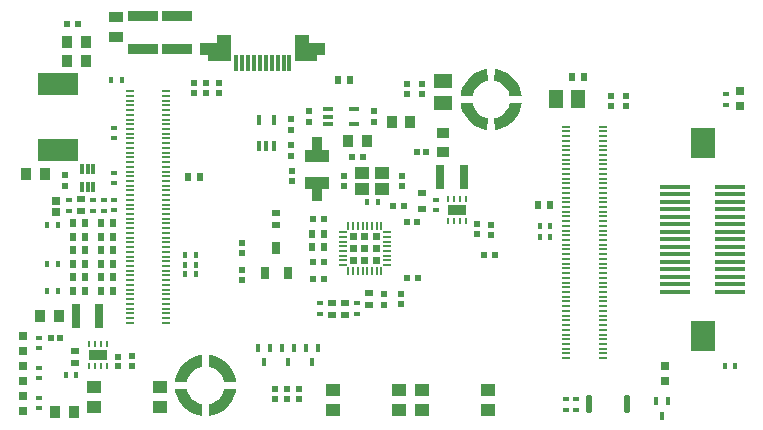
<source format=gbp>
G04*
G04 #@! TF.GenerationSoftware,Altium Limited,Altium Designer,23.3.1 (30)*
G04*
G04 Layer_Color=128*
%FSLAX44Y44*%
%MOMM*%
G71*
G04*
G04 #@! TF.SameCoordinates,D45B20F3-F38D-42A2-87FA-560754FB767C*
G04*
G04*
G04 #@! TF.FilePolarity,Positive*
G04*
G01*
G75*
%ADD17R,0.6200X0.6200*%
%ADD21R,1.2000X1.0000*%
%ADD29R,0.5500X0.6500*%
%ADD30R,0.6500X0.5500*%
%ADD31R,1.0000X0.9000*%
%ADD32R,0.5500X0.4500*%
%ADD34R,0.6200X0.6200*%
%ADD35R,1.5000X1.3000*%
%ADD36R,0.4500X0.5500*%
%ADD48R,2.6000X0.9500*%
%ADD49R,0.9000X1.0000*%
%ADD129R,2.5000X0.3500*%
%ADD130R,2.0000X2.5000*%
%ADD131R,0.7000X0.1800*%
G04:AMPARAMS|DCode=132|XSize=0.55mm|YSize=1.5mm|CornerRadius=0.1375mm|HoleSize=0mm|Usage=FLASHONLY|Rotation=180.000|XOffset=0mm|YOffset=0mm|HoleType=Round|Shape=RoundedRectangle|*
%AMROUNDEDRECTD132*
21,1,0.5500,1.2250,0,0,180.0*
21,1,0.2750,1.5000,0,0,180.0*
1,1,0.2750,-0.1375,0.6125*
1,1,0.2750,0.1375,0.6125*
1,1,0.2750,0.1375,-0.6125*
1,1,0.2750,-0.1375,-0.6125*
%
%ADD132ROUNDEDRECTD132*%
%ADD133R,0.3000X0.9500*%
%ADD134R,0.3000X0.7100*%
%ADD136R,3.4000X1.8500*%
%ADD137R,0.8000X0.6000*%
%ADD138R,1.6000X0.9000*%
%ADD139R,0.2800X0.5000*%
%ADD140R,0.8000X0.8000*%
%ADD141R,0.8000X2.0000*%
%ADD142R,1.0000X1.0000*%
%ADD143R,0.3050X1.4050*%
%ADD144R,1.3000X1.5000*%
%ADD146R,0.5500X0.6000*%
%ADD147R,0.5200X0.5200*%
%ADD148R,0.5200X0.5200*%
%ADD149R,2.0000X1.0000*%
%ADD150O,0.7000X0.2000*%
%ADD152O,0.2000X0.7000*%
%ADD153R,0.6500X1.1000*%
%ADD154R,0.6725X0.7154*%
%ADD155R,1.3000X0.8500*%
%ADD156R,0.5500X0.5500*%
%ADD159R,1.2500X2.3000*%
%ADD160R,2.6500X1.1000*%
%ADD161R,1.9500X1.6000*%
%ADD191R,0.3500X0.8500*%
%ADD192R,0.8500X0.3500*%
G36*
X-158024Y259613D02*
Y259613D01*
X-158024D01*
X-158024Y259613D01*
D02*
G37*
G36*
X-178517Y281987D02*
X-174374Y280760D01*
X-170490Y278866D01*
X-166973Y276357D01*
X-163918Y273301D01*
X-161408Y269783D01*
X-159514Y265900D01*
X-158287Y261757D01*
X-158024Y259613D01*
X-168073Y259223D01*
X-168331Y260416D01*
X-169116Y262728D01*
X-170243Y264893D01*
X-171686Y266862D01*
X-173412Y268588D01*
X-175381Y270031D01*
X-177546Y271159D01*
X-179858Y271943D01*
X-181052Y272201D01*
X-181052Y272201D01*
X-180661Y282250D01*
X-178517Y281987D01*
D02*
G37*
G36*
X-186608Y272201D02*
X-187802Y271943D01*
X-190114Y271159D01*
X-192279Y270031D01*
X-194248Y268588D01*
X-195974Y266862D01*
X-197417Y264893D01*
X-198544Y262728D01*
X-199329Y260416D01*
X-199587Y259223D01*
X-199587D01*
X-199587Y259222D01*
Y259223D01*
X-209636Y259613D01*
X-209373Y261757D01*
X-208146Y265900D01*
X-206252Y269783D01*
X-203742Y273301D01*
X-200687Y276357D01*
X-197169Y278866D01*
X-193286Y280760D01*
X-189143Y281987D01*
X-186999Y282250D01*
X-186999Y282250D01*
X-186608Y272201D01*
D02*
G37*
G36*
X-186608Y240687D02*
D01*
Y240687D01*
Y240687D01*
D02*
G37*
G36*
X-158024Y253276D02*
X-158287Y251131D01*
X-159514Y246988D01*
X-161408Y243105D01*
X-163918Y239587D01*
X-166973Y236532D01*
X-170491Y234023D01*
X-174374Y232128D01*
X-178517Y230901D01*
X-180661Y230638D01*
X-181052Y240687D01*
X-179858Y240945D01*
X-177546Y241730D01*
X-175381Y242857D01*
X-173412Y244300D01*
X-171686Y246026D01*
X-170243Y247995D01*
X-169116Y250160D01*
X-168331Y252472D01*
X-168073Y253666D01*
X-168073Y253666D01*
X-158024Y253276D01*
D02*
G37*
G36*
X-180661Y230638D02*
X-180661D01*
X-180661D01*
D01*
D02*
G37*
G36*
X-199329Y252472D02*
X-198544Y250160D01*
X-197417Y247995D01*
X-195974Y246026D01*
X-194248Y244300D01*
X-192279Y242857D01*
X-190114Y241730D01*
X-187802Y240945D01*
X-186608Y240687D01*
X-186999Y230638D01*
X-189143Y230901D01*
X-193286Y232128D01*
X-197169Y234023D01*
X-200687Y236532D01*
X-203742Y239587D01*
X-206252Y243105D01*
X-208146Y246988D01*
X-209373Y251131D01*
X-209636Y253276D01*
X-209636Y253276D01*
X-199587Y253666D01*
X-199329Y252472D01*
D02*
G37*
G36*
X-326860Y208965D02*
X-335860D01*
Y224965D01*
X-326860D01*
Y208965D01*
D02*
G37*
G36*
Y170465D02*
X-335860D01*
Y185965D01*
X-326860D01*
Y170465D01*
D02*
G37*
G36*
X-277720Y137155D02*
X-283720D01*
Y143155D01*
X-277720D01*
Y137155D01*
D02*
G37*
G36*
X-287720D02*
X-293720D01*
Y143155D01*
X-287720D01*
Y137155D01*
D02*
G37*
G36*
X-297720D02*
X-303720D01*
Y143155D01*
X-297720D01*
Y137155D01*
D02*
G37*
G36*
X-277720Y127155D02*
X-283720D01*
Y133155D01*
X-277720D01*
Y127155D01*
D02*
G37*
G36*
X-287720D02*
X-293720D01*
Y133155D01*
X-287720D01*
Y127155D01*
D02*
G37*
G36*
X-297720D02*
X-303720D01*
Y133155D01*
X-297720D01*
Y127155D01*
D02*
G37*
G36*
X-277720Y117155D02*
X-283720D01*
Y123155D01*
X-277720D01*
Y117155D01*
D02*
G37*
G36*
X-287720D02*
X-293720D01*
Y123155D01*
X-287720D01*
Y117155D01*
D02*
G37*
G36*
X-297720D02*
X-303720D01*
Y123155D01*
X-297720D01*
Y117155D01*
D02*
G37*
G36*
X-420267Y39987D02*
X-416124Y38760D01*
X-412240Y36866D01*
X-408723Y34357D01*
X-405667Y31301D01*
X-403158Y27784D01*
X-401264Y23900D01*
X-400037Y19757D01*
X-399774Y17613D01*
X-399774D01*
X-399774Y17613D01*
Y17613D01*
X-409823Y17222D01*
X-410081Y18416D01*
X-410866Y20728D01*
X-411993Y22893D01*
X-413436Y24862D01*
X-415162Y26588D01*
X-417131Y28031D01*
X-419296Y29158D01*
X-421608Y29943D01*
X-422802Y30201D01*
X-422802Y30201D01*
X-422411Y40250D01*
X-420267Y39987D01*
D02*
G37*
G36*
X-428358Y30201D02*
X-429552Y29943D01*
X-431864Y29158D01*
X-434029Y28031D01*
X-435998Y26588D01*
X-437724Y24862D01*
X-439167Y22893D01*
X-440294Y20728D01*
X-441079Y18416D01*
X-441337Y17222D01*
X-441337D01*
X-441337Y17222D01*
Y17222D01*
X-451386Y17613D01*
X-451123Y19757D01*
X-449896Y23900D01*
X-448002Y27784D01*
X-445492Y31301D01*
X-442437Y34357D01*
X-438919Y36866D01*
X-435036Y38760D01*
X-430893Y39987D01*
X-428749Y40250D01*
X-428749Y40250D01*
X-428358Y30201D01*
D02*
G37*
G36*
X-428358Y-1313D02*
D01*
Y-1313D01*
Y-1313D01*
D02*
G37*
G36*
X-399774Y11276D02*
X-400037Y9131D01*
X-401264Y4988D01*
X-403158Y1105D01*
X-405667Y-2413D01*
X-408723Y-5468D01*
X-412241Y-7977D01*
X-416124Y-9872D01*
X-420267Y-11099D01*
X-422411Y-11362D01*
X-422802Y-1313D01*
X-421608Y-1055D01*
X-419296Y-270D01*
X-417131Y857D01*
X-415162Y2300D01*
X-413436Y4026D01*
X-411993Y5995D01*
X-410866Y8160D01*
X-410081Y10472D01*
X-409823Y11666D01*
X-409823Y11666D01*
X-399774Y11276D01*
D02*
G37*
G36*
X-422411Y-11362D02*
X-422411D01*
X-422411D01*
D01*
D02*
G37*
G36*
X-441079Y10472D02*
X-440294Y8160D01*
X-439167Y5995D01*
X-437724Y4026D01*
X-435998Y2300D01*
X-434029Y857D01*
X-431864Y-270D01*
X-429552Y-1055D01*
X-428358Y-1313D01*
X-428749Y-11362D01*
X-430893Y-11099D01*
X-435036Y-9872D01*
X-438919Y-7977D01*
X-442437Y-5468D01*
X-445492Y-2413D01*
X-448002Y1105D01*
X-449896Y4988D01*
X-451123Y9131D01*
X-451386Y11276D01*
X-451386Y11276D01*
X-441337Y11666D01*
X-441079Y10472D01*
D02*
G37*
D17*
X-189738Y124714D02*
D03*
X-180738D02*
D03*
X-246454Y152400D02*
D03*
X-255455D02*
D03*
X-334590Y155555D02*
D03*
X-325590D02*
D03*
X-245690Y105410D02*
D03*
X-254690D02*
D03*
X-257700Y166370D02*
D03*
X-266700D02*
D03*
X-301570Y207625D02*
D03*
X-292570D02*
D03*
X-325590Y104755D02*
D03*
X-334590D02*
D03*
X-325590Y118725D02*
D03*
X-334590D02*
D03*
X-542870Y320655D02*
D03*
X-533870D02*
D03*
D21*
X-292870Y193805D02*
D03*
X-275870Y180805D02*
D03*
X-292870D02*
D03*
X-275870Y193805D02*
D03*
X-317450Y10385D02*
D03*
Y-6615D02*
D03*
X-261450Y10385D02*
D03*
Y-6615D02*
D03*
X-519888Y12925D02*
D03*
Y-4075D02*
D03*
X-463888Y12925D02*
D03*
Y-4075D02*
D03*
X-242520Y10385D02*
D03*
Y-6615D02*
D03*
X-186520Y10385D02*
D03*
Y-6615D02*
D03*
D29*
X-144112Y167386D02*
D03*
X-134112D02*
D03*
X-527507Y128805D02*
D03*
X-537507D02*
D03*
X-537507Y140235D02*
D03*
X-527507D02*
D03*
X-335090Y131425D02*
D03*
X-325090D02*
D03*
X-335090Y142855D02*
D03*
X-325090D02*
D03*
X-504393Y117375D02*
D03*
X-514393D02*
D03*
X-504393Y105945D02*
D03*
X-514393D02*
D03*
X-537507Y151665D02*
D03*
X-527507D02*
D03*
X-504393Y128805D02*
D03*
X-514393D02*
D03*
X-537507Y105945D02*
D03*
X-527507D02*
D03*
X-504393Y151665D02*
D03*
X-514393D02*
D03*
X-504393Y94515D02*
D03*
X-514393D02*
D03*
X-537507Y117375D02*
D03*
X-527507D02*
D03*
X-504393Y140235D02*
D03*
X-514393D02*
D03*
X-537507Y94515D02*
D03*
X-527507D02*
D03*
X-115490Y275844D02*
D03*
X-105490D02*
D03*
X-313122Y273050D02*
D03*
X-303122D02*
D03*
X-440356Y191008D02*
D03*
X-430356D02*
D03*
D30*
X-535830Y33635D02*
D03*
Y43635D02*
D03*
X-365650Y160555D02*
D03*
Y150555D02*
D03*
X-287020Y82745D02*
D03*
Y92745D02*
D03*
X-307230Y84355D02*
D03*
Y74355D02*
D03*
X-318660Y84355D02*
D03*
Y74355D02*
D03*
X-531047Y171905D02*
D03*
Y161905D02*
D03*
D31*
X-224790Y211710D02*
D03*
Y227710D02*
D03*
D32*
X-111760Y-6460D02*
D03*
Y2540D02*
D03*
X-120650Y2540D02*
D03*
Y-6460D02*
D03*
X-502920Y223592D02*
D03*
Y232592D02*
D03*
X14986Y260968D02*
D03*
Y251968D02*
D03*
X-502810Y162485D02*
D03*
Y171485D02*
D03*
X-566310Y45645D02*
D03*
Y54645D02*
D03*
Y20245D02*
D03*
Y29245D02*
D03*
Y-5155D02*
D03*
Y3845D02*
D03*
X-297070Y83855D02*
D03*
Y74855D02*
D03*
X-328820Y83855D02*
D03*
Y74855D02*
D03*
X-230124Y171632D02*
D03*
Y162632D02*
D03*
X-520887Y162405D02*
D03*
Y171405D02*
D03*
X-511997Y171405D02*
D03*
Y162405D02*
D03*
X-541207Y171405D02*
D03*
Y162405D02*
D03*
X-502810Y194345D02*
D03*
Y185345D02*
D03*
D34*
X-353568Y239915D02*
D03*
Y230915D02*
D03*
X-353568Y217860D02*
D03*
Y208860D02*
D03*
X-242570Y269930D02*
D03*
Y260930D02*
D03*
X-255270D02*
D03*
Y269930D02*
D03*
X-414110Y261545D02*
D03*
Y270545D02*
D03*
X-425340Y261545D02*
D03*
Y270545D02*
D03*
X-435610Y261545D02*
D03*
Y270545D02*
D03*
X-488188Y30552D02*
D03*
Y39552D02*
D03*
X-274320Y82745D02*
D03*
Y91745D02*
D03*
X-260350Y92130D02*
D03*
Y83130D02*
D03*
X-352552Y187305D02*
D03*
Y196305D02*
D03*
X-258970Y191805D02*
D03*
Y182805D02*
D03*
X-308500Y182805D02*
D03*
Y191805D02*
D03*
X-184150Y141296D02*
D03*
Y150296D02*
D03*
X-544830Y183460D02*
D03*
Y192460D02*
D03*
X-394970Y112450D02*
D03*
Y103450D02*
D03*
Y126310D02*
D03*
Y135310D02*
D03*
X-337710Y237415D02*
D03*
Y246415D02*
D03*
X-283100Y237415D02*
D03*
Y246415D02*
D03*
X-69850Y250770D02*
D03*
Y259770D02*
D03*
X-82550D02*
D03*
Y250770D02*
D03*
D35*
X-224790Y272390D02*
D03*
Y253390D02*
D03*
D36*
X-505642Y273050D02*
D03*
X-496642D02*
D03*
X-442650Y116586D02*
D03*
X-433650D02*
D03*
X-142820Y149205D02*
D03*
X-133820D02*
D03*
X22788Y30480D02*
D03*
X13788D02*
D03*
X-133820Y140315D02*
D03*
X-142820D02*
D03*
X-433880Y124775D02*
D03*
X-442880D02*
D03*
X-433650Y108458D02*
D03*
X-442650D02*
D03*
X-544140Y23475D02*
D03*
X-535140D02*
D03*
X-559867Y94515D02*
D03*
X-550867D02*
D03*
X-559490Y117375D02*
D03*
X-550490D02*
D03*
X-559490Y149860D02*
D03*
X-550490D02*
D03*
X-279870Y169525D02*
D03*
X-288870D02*
D03*
D48*
X-478680Y299035D02*
D03*
Y327035D02*
D03*
X-449470Y299035D02*
D03*
Y327035D02*
D03*
D49*
X-289070Y221595D02*
D03*
X-305070D02*
D03*
X-552974Y-8021D02*
D03*
X-536974D02*
D03*
X-549784Y73152D02*
D03*
X-565784D02*
D03*
X-561468Y193335D02*
D03*
X-577468D02*
D03*
X-526560Y288905D02*
D03*
X-542560D02*
D03*
X-526560Y305415D02*
D03*
X-542560D02*
D03*
X-268122Y237415D02*
D03*
X-252122D02*
D03*
D129*
X-28368Y93620D02*
D03*
Y99970D02*
D03*
Y106320D02*
D03*
Y112670D02*
D03*
Y119020D02*
D03*
Y125370D02*
D03*
Y131720D02*
D03*
Y138070D02*
D03*
Y144420D02*
D03*
Y150770D02*
D03*
Y157120D02*
D03*
Y163470D02*
D03*
Y169820D02*
D03*
Y176170D02*
D03*
Y182520D02*
D03*
X18632Y93620D02*
D03*
Y99970D02*
D03*
Y106320D02*
D03*
Y112670D02*
D03*
Y119020D02*
D03*
Y125370D02*
D03*
Y131720D02*
D03*
Y138070D02*
D03*
Y144420D02*
D03*
Y150770D02*
D03*
Y157120D02*
D03*
Y163470D02*
D03*
Y169820D02*
D03*
Y176170D02*
D03*
Y182520D02*
D03*
D130*
X-4868Y56570D02*
D03*
Y219570D02*
D03*
D131*
X-89430Y37443D02*
D03*
X-120230D02*
D03*
X-89430Y41443D02*
D03*
X-120230D02*
D03*
X-89430Y45443D02*
D03*
X-120230D02*
D03*
X-89430Y49443D02*
D03*
X-120230D02*
D03*
X-89430Y53443D02*
D03*
X-120230D02*
D03*
X-89430Y57443D02*
D03*
X-120230D02*
D03*
X-89430Y61443D02*
D03*
X-120230D02*
D03*
X-89430Y65443D02*
D03*
X-120230D02*
D03*
X-89430Y69443D02*
D03*
X-120230D02*
D03*
X-89430Y73443D02*
D03*
X-120230D02*
D03*
X-89430Y77443D02*
D03*
X-120230D02*
D03*
X-89430Y81443D02*
D03*
X-120230D02*
D03*
Y85443D02*
D03*
X-89430D02*
D03*
Y89443D02*
D03*
X-120230D02*
D03*
X-89430Y93443D02*
D03*
X-120230D02*
D03*
X-89430Y97443D02*
D03*
X-120230D02*
D03*
X-89430Y101443D02*
D03*
X-120230D02*
D03*
Y105443D02*
D03*
X-89430D02*
D03*
Y109443D02*
D03*
X-120230D02*
D03*
Y113443D02*
D03*
X-89430D02*
D03*
X-120230Y117443D02*
D03*
X-89430D02*
D03*
X-120230Y121443D02*
D03*
X-89430D02*
D03*
X-120230Y125443D02*
D03*
X-89430D02*
D03*
X-120230Y129443D02*
D03*
X-89430D02*
D03*
Y133443D02*
D03*
X-120230D02*
D03*
Y137443D02*
D03*
X-89430D02*
D03*
X-120230Y141443D02*
D03*
X-89430D02*
D03*
X-120230Y145443D02*
D03*
X-89430D02*
D03*
X-120230Y149443D02*
D03*
X-89430D02*
D03*
Y153443D02*
D03*
X-120230D02*
D03*
Y157443D02*
D03*
X-89430D02*
D03*
Y161443D02*
D03*
X-120230D02*
D03*
X-89430Y165443D02*
D03*
X-120230D02*
D03*
X-89430Y169443D02*
D03*
X-120230D02*
D03*
Y173443D02*
D03*
X-89430D02*
D03*
Y177443D02*
D03*
X-120230D02*
D03*
X-89430Y181443D02*
D03*
X-120230D02*
D03*
Y185443D02*
D03*
X-89430D02*
D03*
Y189443D02*
D03*
X-120230D02*
D03*
X-89430Y193443D02*
D03*
X-120230D02*
D03*
Y197443D02*
D03*
X-89430D02*
D03*
Y201443D02*
D03*
X-120230D02*
D03*
X-89430Y205443D02*
D03*
X-120230D02*
D03*
X-89430Y209443D02*
D03*
X-120230D02*
D03*
X-89430Y213443D02*
D03*
X-120230D02*
D03*
X-89430Y217443D02*
D03*
X-120230D02*
D03*
X-89430Y221443D02*
D03*
X-120230D02*
D03*
Y225443D02*
D03*
X-89430D02*
D03*
Y229443D02*
D03*
X-120230D02*
D03*
X-89430Y233443D02*
D03*
X-120230D02*
D03*
X-489980Y263443D02*
D03*
X-459180D02*
D03*
X-489980Y259443D02*
D03*
X-459180D02*
D03*
Y255443D02*
D03*
X-489980D02*
D03*
Y251443D02*
D03*
X-459180D02*
D03*
X-489980Y247443D02*
D03*
X-459180D02*
D03*
X-489980Y243443D02*
D03*
X-459180D02*
D03*
X-489980Y239443D02*
D03*
X-459180D02*
D03*
X-489980Y235443D02*
D03*
X-459180D02*
D03*
X-489980Y231443D02*
D03*
X-459180D02*
D03*
Y227443D02*
D03*
X-489980D02*
D03*
Y223443D02*
D03*
X-459180D02*
D03*
X-489980Y219443D02*
D03*
X-459180D02*
D03*
Y215443D02*
D03*
X-489980D02*
D03*
Y211443D02*
D03*
X-459180D02*
D03*
X-489980Y207443D02*
D03*
X-459180D02*
D03*
Y203443D02*
D03*
X-489980D02*
D03*
Y199443D02*
D03*
X-459180D02*
D03*
X-489980Y195443D02*
D03*
X-459180D02*
D03*
X-489980Y191443D02*
D03*
X-459180D02*
D03*
Y187443D02*
D03*
X-489980D02*
D03*
Y183443D02*
D03*
X-459180D02*
D03*
Y179443D02*
D03*
X-489980D02*
D03*
X-459180Y175443D02*
D03*
X-489980D02*
D03*
X-459180Y171443D02*
D03*
X-489980D02*
D03*
X-459180Y167443D02*
D03*
X-489980D02*
D03*
Y163443D02*
D03*
X-459180D02*
D03*
Y159443D02*
D03*
X-489980D02*
D03*
X-459180Y155443D02*
D03*
X-489980D02*
D03*
X-459180Y151443D02*
D03*
X-489980D02*
D03*
X-459180Y147443D02*
D03*
X-489980D02*
D03*
X-459180Y143443D02*
D03*
X-489980D02*
D03*
Y139443D02*
D03*
X-459180D02*
D03*
Y135443D02*
D03*
X-489980D02*
D03*
Y131443D02*
D03*
X-459180D02*
D03*
X-489980Y127443D02*
D03*
X-459180D02*
D03*
X-489980Y123443D02*
D03*
X-459180D02*
D03*
X-489980Y119443D02*
D03*
X-459180D02*
D03*
Y115443D02*
D03*
X-489980D02*
D03*
Y111443D02*
D03*
X-459180D02*
D03*
X-489980Y107443D02*
D03*
X-459180D02*
D03*
X-489980Y103443D02*
D03*
X-459180D02*
D03*
X-489980Y99443D02*
D03*
X-459180D02*
D03*
X-489980Y95443D02*
D03*
X-459180D02*
D03*
X-489980Y91443D02*
D03*
X-459180D02*
D03*
X-489980Y87443D02*
D03*
X-459180D02*
D03*
X-489980Y83443D02*
D03*
X-459180D02*
D03*
X-489980Y79443D02*
D03*
X-459180D02*
D03*
X-489980Y75443D02*
D03*
X-459180D02*
D03*
X-489980Y71443D02*
D03*
X-459180D02*
D03*
X-489980Y67443D02*
D03*
X-459180D02*
D03*
D132*
X-101340Y-1270D02*
D03*
X-68840D02*
D03*
D133*
X-530547Y182225D02*
D03*
X-525547D02*
D03*
X-520547D02*
D03*
Y197225D02*
D03*
X-525547D02*
D03*
X-530547D02*
D03*
D134*
X-39370Y-11180D02*
D03*
X-34370Y1020D02*
D03*
X-44370D02*
D03*
X-340170Y46085D02*
D03*
X-330170D02*
D03*
X-335170Y33885D02*
D03*
X-360490Y46085D02*
D03*
X-350490D02*
D03*
X-355490Y33885D02*
D03*
X-380810Y46085D02*
D03*
X-370810D02*
D03*
X-375810Y33885D02*
D03*
D136*
X-550308Y213911D02*
D03*
Y269411D02*
D03*
D137*
X-242316Y176934D02*
D03*
Y163934D02*
D03*
D138*
X-212558Y162712D02*
D03*
X-516780Y39985D02*
D03*
D139*
X-205058Y153212D02*
D03*
X-210058D02*
D03*
X-215058D02*
D03*
X-220058D02*
D03*
X-205058Y172212D02*
D03*
X-210058D02*
D03*
X-215058D02*
D03*
X-220058D02*
D03*
X-524280Y49485D02*
D03*
X-519280D02*
D03*
X-514280D02*
D03*
X-509280D02*
D03*
X-524280Y30485D02*
D03*
X-519280D02*
D03*
X-514280D02*
D03*
X-509280D02*
D03*
D140*
X27178Y263335D02*
D03*
Y250835D02*
D03*
X-36830Y17880D02*
D03*
Y30380D02*
D03*
X-580280Y-6905D02*
D03*
Y5595D02*
D03*
Y18495D02*
D03*
Y30995D02*
D03*
Y43895D02*
D03*
Y56395D02*
D03*
D141*
X-227170Y191115D02*
D03*
X-207170D02*
D03*
X-535670Y73005D02*
D03*
X-515670D02*
D03*
D142*
X-339960Y297525D02*
D03*
X-414110Y297445D02*
D03*
D143*
X-354620Y287635D02*
D03*
X-359620D02*
D03*
X-364620D02*
D03*
X-369620D02*
D03*
X-374620D02*
D03*
X-379620D02*
D03*
X-384620D02*
D03*
X-389620D02*
D03*
X-394620D02*
D03*
X-399620D02*
D03*
D03*
D144*
X-129197Y256648D02*
D03*
X-110197D02*
D03*
D146*
X-366920Y11215D02*
D03*
Y2715D02*
D03*
D147*
X-548704Y54356D02*
D03*
X-556704D02*
D03*
X-246570Y211710D02*
D03*
X-238570D02*
D03*
D148*
X-499618Y30798D02*
D03*
Y38798D02*
D03*
X-196088Y142812D02*
D03*
Y150812D02*
D03*
D149*
X-331360Y208965D02*
D03*
Y185965D02*
D03*
D150*
X-309470Y144155D02*
D03*
Y140155D02*
D03*
Y136155D02*
D03*
Y132155D02*
D03*
Y128155D02*
D03*
Y124155D02*
D03*
Y120155D02*
D03*
Y116155D02*
D03*
X-271970D02*
D03*
Y120155D02*
D03*
Y124155D02*
D03*
Y128155D02*
D03*
Y132155D02*
D03*
Y136155D02*
D03*
Y140155D02*
D03*
Y144155D02*
D03*
D152*
X-276720Y148905D02*
D03*
X-280720D02*
D03*
X-284720D02*
D03*
X-288720D02*
D03*
X-292720D02*
D03*
X-296720D02*
D03*
X-300720D02*
D03*
X-304720D02*
D03*
Y111405D02*
D03*
X-300720D02*
D03*
X-296720D02*
D03*
X-292720D02*
D03*
X-288720D02*
D03*
X-284720D02*
D03*
X-280720D02*
D03*
X-276720D02*
D03*
D153*
X-356050Y109495D02*
D03*
X-375250D02*
D03*
X-365650Y130495D02*
D03*
D154*
X-552637Y160849D02*
D03*
Y170421D02*
D03*
D155*
X-501540Y326615D02*
D03*
Y309615D02*
D03*
D156*
X-346600Y2465D02*
D03*
Y11465D02*
D03*
X-356760Y2465D02*
D03*
Y11465D02*
D03*
D159*
X-343870Y300135D02*
D03*
X-410370Y300135D02*
D03*
D160*
X-336870Y299135D02*
D03*
X-417369Y299135D02*
D03*
D161*
X-340370Y296635D02*
D03*
X-413870Y296635D02*
D03*
D191*
X-380642Y239346D02*
D03*
Y217346D02*
D03*
X-367642Y239346D02*
D03*
Y217346D02*
D03*
X-374142D02*
D03*
D192*
X-300040Y248415D02*
D03*
X-322040D02*
D03*
X-300040Y235415D02*
D03*
X-322040D02*
D03*
Y241915D02*
D03*
M02*

</source>
